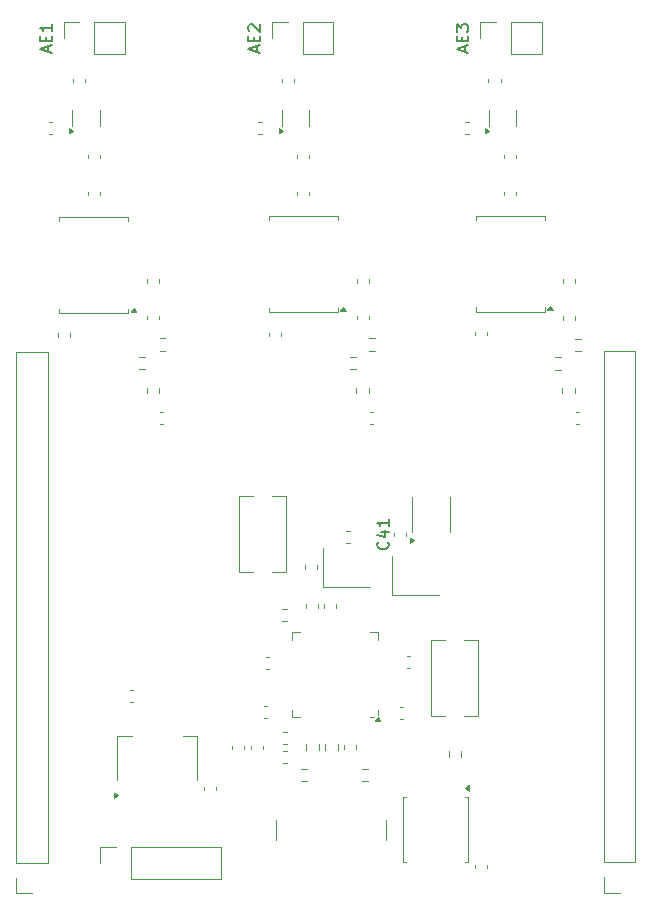
<source format=gbr>
%TF.GenerationSoftware,KiCad,Pcbnew,9.0.0*%
%TF.CreationDate,2025-05-17T06:27:11-04:00*%
%TF.ProjectId,phase-interferometer,70686173-652d-4696-9e74-65726665726f,rev?*%
%TF.SameCoordinates,Original*%
%TF.FileFunction,Legend,Top*%
%TF.FilePolarity,Positive*%
%FSLAX46Y46*%
G04 Gerber Fmt 4.6, Leading zero omitted, Abs format (unit mm)*
G04 Created by KiCad (PCBNEW 9.0.0) date 2025-05-17 06:27:11*
%MOMM*%
%LPD*%
G01*
G04 APERTURE LIST*
%ADD10C,0.150000*%
%ADD11C,0.120000*%
G04 APERTURE END LIST*
D10*
X158529580Y-99021690D02*
X158577200Y-99069309D01*
X158577200Y-99069309D02*
X158624819Y-99212166D01*
X158624819Y-99212166D02*
X158624819Y-99307404D01*
X158624819Y-99307404D02*
X158577200Y-99450261D01*
X158577200Y-99450261D02*
X158481961Y-99545499D01*
X158481961Y-99545499D02*
X158386723Y-99593118D01*
X158386723Y-99593118D02*
X158196247Y-99640737D01*
X158196247Y-99640737D02*
X158053390Y-99640737D01*
X158053390Y-99640737D02*
X157862914Y-99593118D01*
X157862914Y-99593118D02*
X157767676Y-99545499D01*
X157767676Y-99545499D02*
X157672438Y-99450261D01*
X157672438Y-99450261D02*
X157624819Y-99307404D01*
X157624819Y-99307404D02*
X157624819Y-99212166D01*
X157624819Y-99212166D02*
X157672438Y-99069309D01*
X157672438Y-99069309D02*
X157720057Y-99021690D01*
X157958152Y-98164547D02*
X158624819Y-98164547D01*
X157577200Y-98402642D02*
X158291485Y-98640737D01*
X158291485Y-98640737D02*
X158291485Y-98021690D01*
X158624819Y-97116928D02*
X158624819Y-97688356D01*
X158624819Y-97402642D02*
X157624819Y-97402642D01*
X157624819Y-97402642D02*
X157767676Y-97497880D01*
X157767676Y-97497880D02*
X157862914Y-97593118D01*
X157862914Y-97593118D02*
X157910533Y-97688356D01*
X165076604Y-57526666D02*
X165076604Y-57050476D01*
X165362319Y-57621904D02*
X164362319Y-57288571D01*
X164362319Y-57288571D02*
X165362319Y-56955238D01*
X164838509Y-56621904D02*
X164838509Y-56288571D01*
X165362319Y-56145714D02*
X165362319Y-56621904D01*
X165362319Y-56621904D02*
X164362319Y-56621904D01*
X164362319Y-56621904D02*
X164362319Y-56145714D01*
X164362319Y-55812380D02*
X164362319Y-55193333D01*
X164362319Y-55193333D02*
X164743271Y-55526666D01*
X164743271Y-55526666D02*
X164743271Y-55383809D01*
X164743271Y-55383809D02*
X164790890Y-55288571D01*
X164790890Y-55288571D02*
X164838509Y-55240952D01*
X164838509Y-55240952D02*
X164933747Y-55193333D01*
X164933747Y-55193333D02*
X165171842Y-55193333D01*
X165171842Y-55193333D02*
X165267080Y-55240952D01*
X165267080Y-55240952D02*
X165314700Y-55288571D01*
X165314700Y-55288571D02*
X165362319Y-55383809D01*
X165362319Y-55383809D02*
X165362319Y-55669523D01*
X165362319Y-55669523D02*
X165314700Y-55764761D01*
X165314700Y-55764761D02*
X165267080Y-55812380D01*
X129801604Y-57526666D02*
X129801604Y-57050476D01*
X130087319Y-57621904D02*
X129087319Y-57288571D01*
X129087319Y-57288571D02*
X130087319Y-56955238D01*
X129563509Y-56621904D02*
X129563509Y-56288571D01*
X130087319Y-56145714D02*
X130087319Y-56621904D01*
X130087319Y-56621904D02*
X129087319Y-56621904D01*
X129087319Y-56621904D02*
X129087319Y-56145714D01*
X130087319Y-55193333D02*
X130087319Y-55764761D01*
X130087319Y-55479047D02*
X129087319Y-55479047D01*
X129087319Y-55479047D02*
X129230176Y-55574285D01*
X129230176Y-55574285D02*
X129325414Y-55669523D01*
X129325414Y-55669523D02*
X129373033Y-55764761D01*
X147439104Y-57526666D02*
X147439104Y-57050476D01*
X147724819Y-57621904D02*
X146724819Y-57288571D01*
X146724819Y-57288571D02*
X147724819Y-56955238D01*
X147201009Y-56621904D02*
X147201009Y-56288571D01*
X147724819Y-56145714D02*
X147724819Y-56621904D01*
X147724819Y-56621904D02*
X146724819Y-56621904D01*
X146724819Y-56621904D02*
X146724819Y-56145714D01*
X146820057Y-55764761D02*
X146772438Y-55717142D01*
X146772438Y-55717142D02*
X146724819Y-55621904D01*
X146724819Y-55621904D02*
X146724819Y-55383809D01*
X146724819Y-55383809D02*
X146772438Y-55288571D01*
X146772438Y-55288571D02*
X146820057Y-55240952D01*
X146820057Y-55240952D02*
X146915295Y-55193333D01*
X146915295Y-55193333D02*
X147010533Y-55193333D01*
X147010533Y-55193333D02*
X147153390Y-55240952D01*
X147153390Y-55240952D02*
X147724819Y-55812380D01*
X147724819Y-55812380D02*
X147724819Y-55193333D01*
D11*
%TO.C,Y4*%
X158900000Y-103478833D02*
X162900000Y-103478833D01*
X158900000Y-100178833D02*
X158900000Y-103478833D01*
%TO.C,Y1*%
X160765000Y-98891333D02*
X160435000Y-99131333D01*
X160435000Y-98651333D01*
X160765000Y-98891333D01*
G36*
X160765000Y-98891333D02*
G01*
X160435000Y-99131333D01*
X160435000Y-98651333D01*
X160765000Y-98891333D01*
G37*
X163810000Y-96678833D02*
X163810000Y-98178833D01*
X163810000Y-96678833D02*
X163810000Y-95178833D01*
X160590000Y-96678833D02*
X160590000Y-98178833D01*
X160590000Y-96678833D02*
X160590000Y-95178833D01*
%TO.C,C41*%
X160110000Y-98519413D02*
X160110000Y-98238253D01*
X159090000Y-98519413D02*
X159090000Y-98238253D01*
%TO.C,AE3*%
X166347500Y-55030000D02*
X167677500Y-55030000D01*
X166347500Y-56360000D02*
X166347500Y-55030000D01*
X168947500Y-55030000D02*
X171547500Y-55030000D01*
X168947500Y-57690000D02*
X168947500Y-55030000D01*
X168947500Y-57690000D02*
X171547500Y-57690000D01*
X171547500Y-57690000D02*
X171547500Y-55030000D01*
%TO.C,C3*%
X165380580Y-63450000D02*
X165099420Y-63450000D01*
X165380580Y-64470000D02*
X165099420Y-64470000D01*
%TO.C,Y3*%
X153050000Y-99550000D02*
X153050000Y-102850000D01*
X153050000Y-102850000D02*
X157050000Y-102850000D01*
%TO.C,AE1*%
X131072500Y-55030000D02*
X132402500Y-55030000D01*
X131072500Y-56360000D02*
X131072500Y-55030000D01*
X133672500Y-55030000D02*
X136272500Y-55030000D01*
X133672500Y-57690000D02*
X133672500Y-55030000D01*
X133672500Y-57690000D02*
X136272500Y-57690000D01*
X136272500Y-57690000D02*
X136272500Y-55030000D01*
%TO.C,U5*%
X148469000Y-71396000D02*
X148469000Y-71750000D01*
X148469000Y-79170000D02*
X148469000Y-79524000D01*
X148469000Y-79524000D02*
X154311000Y-79524000D01*
X154311000Y-71396000D02*
X148469000Y-71396000D01*
X154311000Y-71396000D02*
X154311000Y-71750000D01*
X154311000Y-79524000D02*
X154311000Y-79170000D01*
X155000000Y-79426000D02*
X154520000Y-79426000D01*
X154760000Y-79090000D01*
X155000000Y-79426000D01*
G36*
X155000000Y-79426000D02*
G01*
X154520000Y-79426000D01*
X154760000Y-79090000D01*
X155000000Y-79426000D01*
G37*
%TO.C,C27*%
X160440580Y-108690000D02*
X160159420Y-108690000D01*
X160440580Y-109710000D02*
X160159420Y-109710000D01*
%TO.C,R5*%
X155867500Y-86422258D02*
X155867500Y-85947742D01*
X156912500Y-86422258D02*
X156912500Y-85947742D01*
%TO.C,C14*%
X159840580Y-114010000D02*
X159559420Y-114010000D01*
X159840580Y-112990000D02*
X159559420Y-112990000D01*
%TO.C,C18*%
X155930000Y-76794420D02*
X155930000Y-77075580D01*
X156950000Y-76794420D02*
X156950000Y-77075580D01*
%TO.C,C16*%
X130640000Y-81640580D02*
X130640000Y-81359420D01*
X131660000Y-81640580D02*
X131660000Y-81359420D01*
%TO.C,C22*%
X157024420Y-88000000D02*
X157305580Y-88000000D01*
X157024420Y-89020000D02*
X157305580Y-89020000D01*
%TO.C,R9*%
X174377742Y-81837500D02*
X174852258Y-81837500D01*
X174377742Y-82882500D02*
X174852258Y-82882500D01*
%TO.C,C40*%
X142990000Y-120040580D02*
X142990000Y-119759420D01*
X144010000Y-120040580D02*
X144010000Y-119759420D01*
%TO.C,U6*%
X167080000Y-63820000D02*
X167080000Y-62410000D01*
X169400000Y-63810000D02*
X169400000Y-62410000D01*
X167130000Y-64190000D02*
X166800000Y-64430000D01*
X166800000Y-63950000D01*
X167130000Y-64190000D01*
G36*
X167130000Y-64190000D02*
G01*
X166800000Y-64430000D01*
X166800000Y-63950000D01*
X167130000Y-64190000D01*
G37*
%TO.C,C17*%
X148440000Y-81600580D02*
X148440000Y-81319420D01*
X149460000Y-81600580D02*
X149460000Y-81319420D01*
%TO.C,U4*%
X149580000Y-63820000D02*
X149580000Y-62410000D01*
X151900000Y-63810000D02*
X151900000Y-62410000D01*
X149630000Y-64190000D02*
X149300000Y-64430000D01*
X149300000Y-63950000D01*
X149630000Y-64190000D01*
G36*
X149630000Y-64190000D02*
G01*
X149300000Y-64430000D01*
X149300000Y-63950000D01*
X149630000Y-64190000D01*
G37*
%TO.C,C9*%
X168380000Y-66244420D02*
X168380000Y-66525580D01*
X169400000Y-66244420D02*
X169400000Y-66525580D01*
%TO.C,R7*%
X173177258Y-83387500D02*
X172702742Y-83387500D01*
X173177258Y-84432500D02*
X172702742Y-84432500D01*
%TO.C,C8*%
X150830000Y-66244420D02*
X150830000Y-66525580D01*
X151850000Y-66244420D02*
X151850000Y-66525580D01*
%TO.C,J1*%
X149030000Y-124250000D02*
X149030000Y-122550000D01*
X158370000Y-124250000D02*
X158370000Y-122550000D01*
%TO.C,R11*%
X151641988Y-116131440D02*
X151641988Y-116605956D01*
X152686988Y-116131440D02*
X152686988Y-116605956D01*
%TO.C,R10*%
X153241988Y-116605956D02*
X153241988Y-116131440D01*
X154286988Y-116605956D02*
X154286988Y-116131440D01*
%TO.C,C33*%
X149673908Y-115108698D02*
X149955068Y-115108698D01*
X149673908Y-116128698D02*
X149955068Y-116128698D01*
%TO.C,C38*%
X151490000Y-101009420D02*
X151490000Y-101290580D01*
X152510000Y-101009420D02*
X152510000Y-101290580D01*
%TO.C,C36*%
X165890000Y-126640580D02*
X165890000Y-126359420D01*
X166910000Y-126640580D02*
X166910000Y-126359420D01*
%TO.C,C10*%
X133180000Y-69394420D02*
X133180000Y-69675580D01*
X134200000Y-69394420D02*
X134200000Y-69675580D01*
%TO.C,J3*%
X127070000Y-126180000D02*
X127070000Y-82940000D01*
X127070000Y-128780000D02*
X127070000Y-127450000D01*
X128400000Y-128780000D02*
X127070000Y-128780000D01*
X129730000Y-82940000D02*
X127070000Y-82940000D01*
X129730000Y-126180000D02*
X127070000Y-126180000D01*
X129730000Y-126180000D02*
X129730000Y-82940000D01*
%TO.C,C12*%
X168380000Y-69394420D02*
X168380000Y-69675580D01*
X169400000Y-69394420D02*
X169400000Y-69675580D01*
%TO.C,C11*%
X150830000Y-69394420D02*
X150830000Y-69675580D01*
X151850000Y-69394420D02*
X151850000Y-69675580D01*
%TO.C,R3*%
X138117500Y-86422258D02*
X138117500Y-85947742D01*
X139162500Y-86422258D02*
X139162500Y-85947742D01*
%TO.C,C21*%
X155930000Y-79869420D02*
X155930000Y-80150580D01*
X156950000Y-79869420D02*
X156950000Y-80150580D01*
%TO.C,C37*%
X155009420Y-98090000D02*
X155290580Y-98090000D01*
X155009420Y-99110000D02*
X155290580Y-99110000D01*
%TO.C,C34*%
X151590000Y-104309420D02*
X151590000Y-104590580D01*
X152610000Y-104309420D02*
X152610000Y-104590580D01*
%TO.C,C28*%
X153119652Y-104309420D02*
X153119652Y-104590580D01*
X154139652Y-104309420D02*
X154139652Y-104590580D01*
%TO.C,U3*%
X131830000Y-63820000D02*
X131830000Y-62410000D01*
X134150000Y-63810000D02*
X134150000Y-62410000D01*
X131880000Y-64190000D02*
X131550000Y-64430000D01*
X131550000Y-63950000D01*
X131880000Y-64190000D01*
G36*
X131880000Y-64190000D02*
G01*
X131550000Y-64430000D01*
X131550000Y-63950000D01*
X131880000Y-64190000D01*
G37*
%TO.C,C20*%
X139224420Y-88000000D02*
X139505580Y-88000000D01*
X139224420Y-89020000D02*
X139505580Y-89020000D01*
%TO.C,R12*%
X151687258Y-118227500D02*
X151212742Y-118227500D01*
X151687258Y-119272500D02*
X151212742Y-119272500D01*
%TO.C,SW1*%
X162200000Y-107350000D02*
X162200000Y-113750000D01*
X162200000Y-113750000D02*
X163400000Y-113750000D01*
X163400000Y-107350000D02*
X162200000Y-107350000D01*
X165000000Y-113750000D02*
X166200000Y-113750000D01*
X166200000Y-107350000D02*
X165000000Y-107350000D01*
X166200000Y-113750000D02*
X166200000Y-107350000D01*
%TO.C,U9*%
X135590000Y-115440000D02*
X136850000Y-115440000D01*
X135590000Y-119200000D02*
X135590000Y-115440000D01*
X142410000Y-115440000D02*
X141150000Y-115440000D01*
X142410000Y-119200000D02*
X142410000Y-115440000D01*
X135690000Y-120480000D02*
X135360000Y-120720000D01*
X135360000Y-120240000D01*
X135690000Y-120480000D01*
G36*
X135690000Y-120480000D02*
G01*
X135360000Y-120720000D01*
X135360000Y-120240000D01*
X135690000Y-120480000D01*
G37*
%TO.C,C26*%
X174474420Y-88000000D02*
X174755580Y-88000000D01*
X174474420Y-89020000D02*
X174755580Y-89020000D01*
%TO.C,R15*%
X149562742Y-104677500D02*
X150037258Y-104677500D01*
X149562742Y-105722500D02*
X150037258Y-105722500D01*
%TO.C,C32*%
X154804488Y-116509278D02*
X154804488Y-116228118D01*
X155824488Y-116509278D02*
X155824488Y-116228118D01*
%TO.C,C15*%
X138180000Y-76794420D02*
X138180000Y-77075580D01*
X139200000Y-76794420D02*
X139200000Y-77075580D01*
%TO.C,C1*%
X130105580Y-63450000D02*
X129824420Y-63450000D01*
X130105580Y-64470000D02*
X129824420Y-64470000D01*
%TO.C,U7*%
X165979000Y-71386000D02*
X165979000Y-71740000D01*
X165979000Y-79160000D02*
X165979000Y-79514000D01*
X165979000Y-79514000D02*
X171821000Y-79514000D01*
X171821000Y-71386000D02*
X165979000Y-71386000D01*
X171821000Y-71386000D02*
X171821000Y-71740000D01*
X171821000Y-79514000D02*
X171821000Y-79160000D01*
X172510000Y-79416000D02*
X172030000Y-79416000D01*
X172270000Y-79080000D01*
X172510000Y-79416000D01*
G36*
X172510000Y-79416000D02*
G01*
X172030000Y-79416000D01*
X172270000Y-79080000D01*
X172510000Y-79416000D01*
G37*
%TO.C,R13*%
X156362742Y-118227500D02*
X156837258Y-118227500D01*
X156362742Y-119272500D02*
X156837258Y-119272500D01*
%TO.C,R2*%
X137977258Y-83337500D02*
X137502742Y-83337500D01*
X137977258Y-84382500D02*
X137502742Y-84382500D01*
%TO.C,J2*%
X176820000Y-126100000D02*
X176820000Y-82860000D01*
X176820000Y-128700000D02*
X176820000Y-127370000D01*
X178150000Y-128700000D02*
X176820000Y-128700000D01*
X179480000Y-82860000D02*
X176820000Y-82860000D01*
X179480000Y-126100000D02*
X176820000Y-126100000D01*
X179480000Y-126100000D02*
X179480000Y-82860000D01*
%TO.C,AE2*%
X148710000Y-55030000D02*
X150040000Y-55030000D01*
X148710000Y-56360000D02*
X148710000Y-55030000D01*
X151310000Y-55030000D02*
X153910000Y-55030000D01*
X151310000Y-57690000D02*
X151310000Y-55030000D01*
X151310000Y-57690000D02*
X153910000Y-57690000D01*
X153910000Y-57690000D02*
X153910000Y-55030000D01*
%TO.C,C29*%
X148209420Y-108740000D02*
X148490580Y-108740000D01*
X148209420Y-109760000D02*
X148490580Y-109760000D01*
%TO.C,U1*%
X150440000Y-106652500D02*
X150440000Y-107302500D01*
X150440000Y-113872500D02*
X150440000Y-113222500D01*
X151090000Y-106652500D02*
X150440000Y-106652500D01*
X151090000Y-113872500D02*
X150440000Y-113872500D01*
X157010000Y-106652500D02*
X157660000Y-106652500D01*
X157010000Y-113872500D02*
X157360000Y-113872500D01*
X157660000Y-106652500D02*
X157660000Y-107302500D01*
X157660000Y-113222500D02*
X157660000Y-113632500D01*
X157900000Y-114202500D02*
X157420000Y-114202500D01*
X157660000Y-113872500D01*
X157900000Y-114202500D01*
G36*
X157900000Y-114202500D02*
G01*
X157420000Y-114202500D01*
X157660000Y-113872500D01*
X157900000Y-114202500D01*
G37*
%TO.C,C30*%
X148009420Y-112890000D02*
X148290580Y-112890000D01*
X148009420Y-113910000D02*
X148290580Y-113910000D01*
%TO.C,C5*%
X149580000Y-59794420D02*
X149580000Y-60075580D01*
X150600000Y-59794420D02*
X150600000Y-60075580D01*
%TO.C,U2*%
X130719000Y-71496000D02*
X130719000Y-71850000D01*
X130719000Y-79270000D02*
X130719000Y-79624000D01*
X130719000Y-79624000D02*
X136561000Y-79624000D01*
X136561000Y-71496000D02*
X130719000Y-71496000D01*
X136561000Y-71496000D02*
X136561000Y-71850000D01*
X136561000Y-79624000D02*
X136561000Y-79270000D01*
X137250000Y-79526000D02*
X136770000Y-79526000D01*
X137010000Y-79190000D01*
X137250000Y-79526000D01*
G36*
X137250000Y-79526000D02*
G01*
X136770000Y-79526000D01*
X137010000Y-79190000D01*
X137250000Y-79526000D01*
G37*
%TO.C,R8*%
X173317500Y-86422258D02*
X173317500Y-85947742D01*
X174362500Y-86422258D02*
X174362500Y-85947742D01*
%TO.C,U8*%
X159840000Y-126110000D02*
X160110000Y-126110000D01*
X165360000Y-126110000D02*
X165090000Y-126110000D01*
X159840000Y-123350000D02*
X159840000Y-126110000D01*
X159840000Y-123350000D02*
X159840000Y-120590000D01*
X165360000Y-123350000D02*
X165360000Y-126110000D01*
X165360000Y-123350000D02*
X165360000Y-120590000D01*
X159840000Y-120590000D02*
X160110000Y-120590000D01*
X165360000Y-120590000D02*
X165090000Y-120590000D01*
X165420000Y-120065000D02*
X165090000Y-119825000D01*
X165420000Y-119585000D01*
X165420000Y-120065000D01*
G36*
X165420000Y-120065000D02*
G01*
X165090000Y-119825000D01*
X165420000Y-119585000D01*
X165420000Y-120065000D01*
G37*
%TO.C,C23*%
X165900000Y-81500580D02*
X165900000Y-81219420D01*
X166920000Y-81500580D02*
X166920000Y-81219420D01*
%TO.C,C13*%
X145354488Y-116278118D02*
X145354488Y-116559278D01*
X146374488Y-116278118D02*
X146374488Y-116559278D01*
%TO.C,R1*%
X139202742Y-81787500D02*
X139677258Y-81787500D01*
X139202742Y-82832500D02*
X139677258Y-82832500D01*
%TO.C,SW2*%
X145950000Y-95150000D02*
X145950000Y-101550000D01*
X145950000Y-101550000D02*
X147150000Y-101550000D01*
X147150000Y-95150000D02*
X145950000Y-95150000D01*
X148750000Y-101550000D02*
X149950000Y-101550000D01*
X149950000Y-95150000D02*
X148750000Y-95150000D01*
X149950000Y-101550000D02*
X149950000Y-95150000D01*
%TO.C,R14*%
X163677500Y-116712742D02*
X163677500Y-117187258D01*
X164722500Y-116712742D02*
X164722500Y-117187258D01*
%TO.C,C6*%
X167055000Y-59794420D02*
X167055000Y-60075580D01*
X168075000Y-59794420D02*
X168075000Y-60075580D01*
%TO.C,C25*%
X173330000Y-79919420D02*
X173330000Y-80200580D01*
X174350000Y-79919420D02*
X174350000Y-80200580D01*
%TO.C,C31*%
X146954488Y-116559278D02*
X146954488Y-116278118D01*
X147974488Y-116559278D02*
X147974488Y-116278118D01*
%TO.C,R4*%
X155827258Y-83337500D02*
X155352742Y-83337500D01*
X155827258Y-84382500D02*
X155352742Y-84382500D01*
%TO.C,C7*%
X133180000Y-66244420D02*
X133180000Y-66525580D01*
X134200000Y-66244420D02*
X134200000Y-66525580D01*
%TO.C,C24*%
X173330000Y-76794420D02*
X173330000Y-77075580D01*
X174350000Y-76794420D02*
X174350000Y-77075580D01*
%TO.C,C2*%
X147855580Y-63450000D02*
X147574420Y-63450000D01*
X147855580Y-64470000D02*
X147574420Y-64470000D01*
%TO.C,C4*%
X131880000Y-59794420D02*
X131880000Y-60075580D01*
X132900000Y-59794420D02*
X132900000Y-60075580D01*
%TO.C,R6*%
X156977742Y-81787500D02*
X157452258Y-81787500D01*
X156977742Y-82832500D02*
X157452258Y-82832500D01*
%TO.C,C39*%
X136990580Y-111540000D02*
X136709420Y-111540000D01*
X136990580Y-112560000D02*
X136709420Y-112560000D01*
%TO.C,C35*%
X149955068Y-116708698D02*
X149673908Y-116708698D01*
X149955068Y-117728698D02*
X149673908Y-117728698D01*
%TO.C,J4*%
X134150000Y-124870000D02*
X135480000Y-124870000D01*
X134150000Y-126200000D02*
X134150000Y-124870000D01*
X136750000Y-124870000D02*
X144430000Y-124870000D01*
X136750000Y-127530000D02*
X136750000Y-124870000D01*
X136750000Y-127530000D02*
X144430000Y-127530000D01*
X144430000Y-127530000D02*
X144430000Y-124870000D01*
%TO.C,C19*%
X138180000Y-79894420D02*
X138180000Y-80175580D01*
X139200000Y-79894420D02*
X139200000Y-80175580D01*
%TD*%
M02*

</source>
